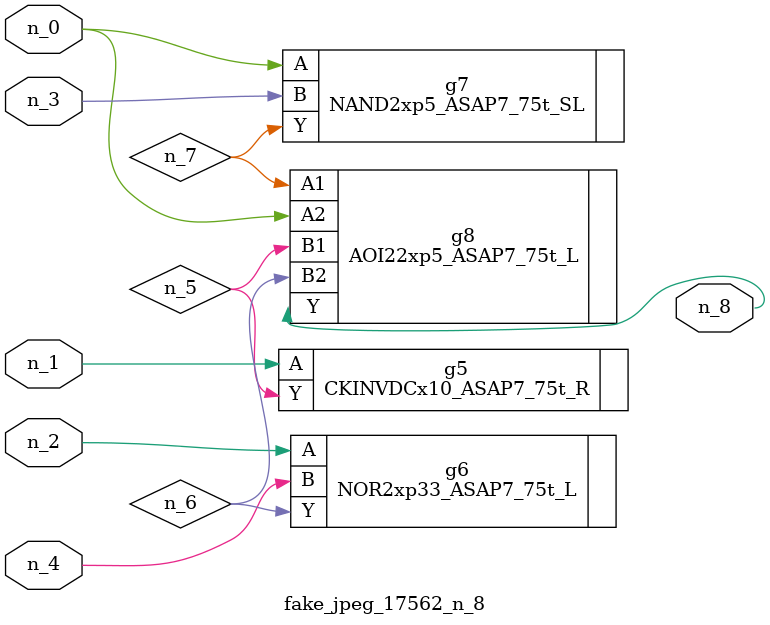
<source format=v>
module fake_jpeg_17562_n_8 (n_3, n_2, n_1, n_0, n_4, n_8);

input n_3;
input n_2;
input n_1;
input n_0;
input n_4;

output n_8;

wire n_6;
wire n_5;
wire n_7;

CKINVDCx10_ASAP7_75t_R g5 ( 
.A(n_1),
.Y(n_5)
);

NOR2xp33_ASAP7_75t_L g6 ( 
.A(n_2),
.B(n_4),
.Y(n_6)
);

NAND2xp5_ASAP7_75t_SL g7 ( 
.A(n_0),
.B(n_3),
.Y(n_7)
);

AOI22xp5_ASAP7_75t_L g8 ( 
.A1(n_7),
.A2(n_0),
.B1(n_5),
.B2(n_6),
.Y(n_8)
);


endmodule
</source>
